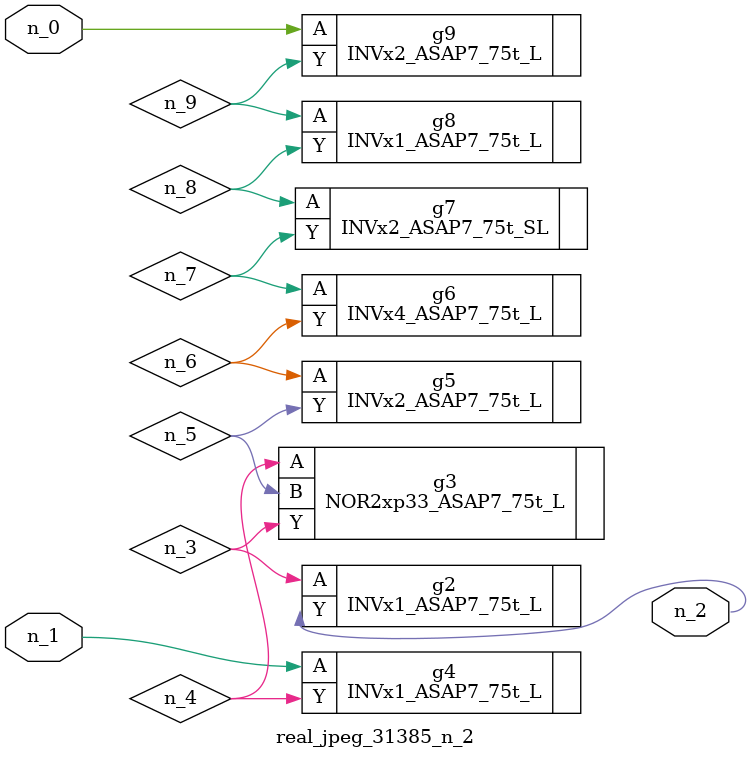
<source format=v>
module real_jpeg_31385_n_2 (n_1, n_0, n_2);

input n_1;
input n_0;

output n_2;

wire n_5;
wire n_4;
wire n_8;
wire n_6;
wire n_7;
wire n_3;
wire n_9;

INVx2_ASAP7_75t_L g9 ( 
.A(n_0),
.Y(n_9)
);

INVx1_ASAP7_75t_L g4 ( 
.A(n_1),
.Y(n_4)
);

INVx1_ASAP7_75t_L g2 ( 
.A(n_3),
.Y(n_2)
);

NOR2xp33_ASAP7_75t_L g3 ( 
.A(n_4),
.B(n_5),
.Y(n_3)
);

INVx2_ASAP7_75t_L g5 ( 
.A(n_6),
.Y(n_5)
);

INVx4_ASAP7_75t_L g6 ( 
.A(n_7),
.Y(n_6)
);

INVx2_ASAP7_75t_SL g7 ( 
.A(n_8),
.Y(n_7)
);

INVx1_ASAP7_75t_L g8 ( 
.A(n_9),
.Y(n_8)
);


endmodule
</source>
